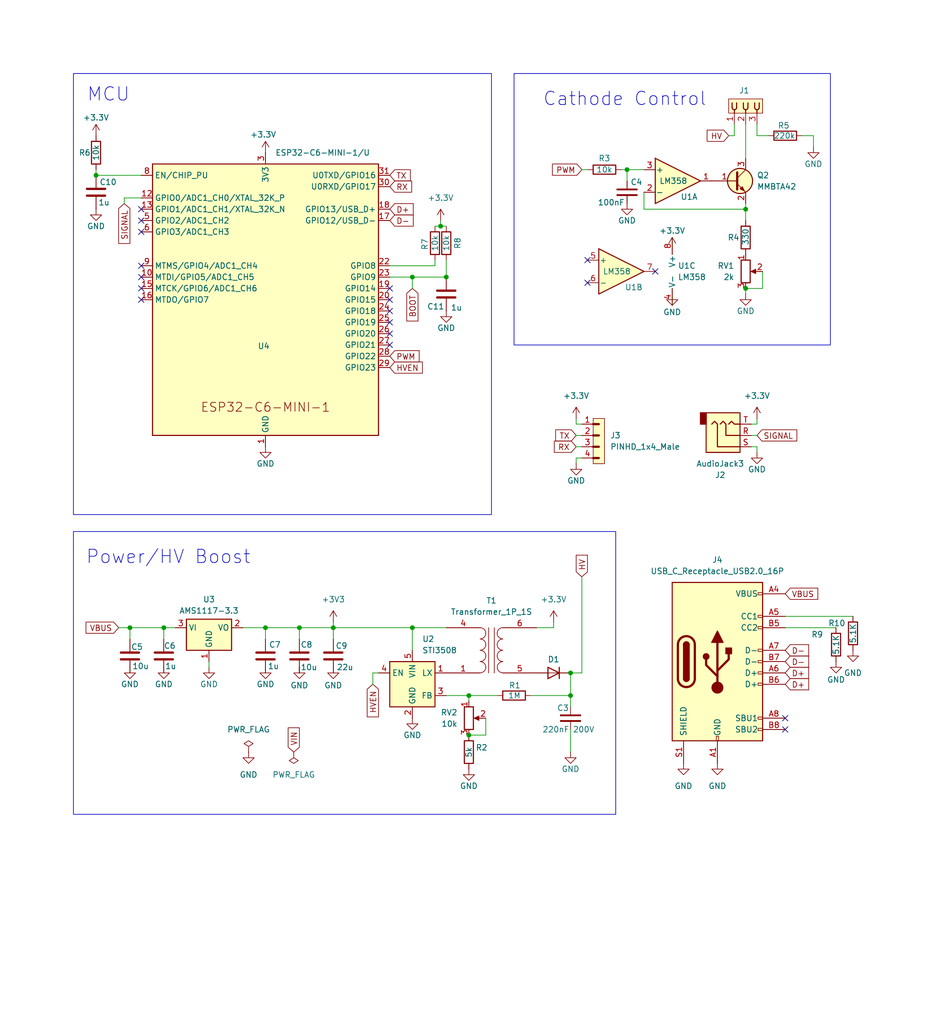
<source format=kicad_sch>
(kicad_sch (version 20231120) (generator "eeschema") (generator_version "8.0")
  (paper "User" 210 230)
  (title_block (title "IN-13 Device"))
  (lib_symbols
    (symbol "Amplifier_Operational:LM358" (pin_names (offset 0.127))
      (property "Reference" "U" (at 0 5.08 0))
      (property "Value" "LM358" (at 0 -5.08 0))
      (symbol "LM358_1_1"
        (polyline (pts (xy -5.08 5.08) (xy 5.08 0) (xy -5.08 -5.08) (xy -5.08 5.08)) (stroke (width 0.254)) (fill (type background)))
        (pin output line (at 7.62 0 180) (length 2.54) (name "~") (number "1"))
        (pin input line (at -7.62 -2.54 0) (length 2.54) (name "-") (number "2"))
        (pin input line (at -7.62 2.54 0) (length 2.54) (name "+") (number "3"))
      )
      (symbol "LM358_2_1"
        (polyline (pts (xy -5.08 5.08) (xy 5.08 0) (xy -5.08 -5.08) (xy -5.08 5.08)) (stroke (width 0.254)) (fill (type background)))
        (pin input line (at -7.62 2.54 0) (length 2.54) (name "+") (number "5"))
        (pin input line (at -7.62 -2.54 0) (length 2.54) (name "-") (number "6"))
        (pin output line (at 7.62 0 180) (length 2.54) (name "~") (number "7"))
      )
      (symbol "LM358_3_1"
        (pin power_in line (at -2.54 -7.62 90) (length 3.81) (name "V-") (number "4"))
        (pin power_in line (at -2.54 7.62 270) (length 3.81) (name "V+") (number "8"))
      )
    )
    (symbol "Connector:USB_C_Receptacle_USB2.0_16P" (pin_names (offset 1.016))
      (property "Reference" "J" (at 0 22.225 0))
      (property "Value" "USB_C_Receptacle_USB2.0_16P" (at 0 19.685 0))
      (symbol "USB_C_Receptacle_USB2.0_16P_0_0"
        (rectangle (start -0.254 -17.78) (end 0.254 -16.764))
        (rectangle (start 10.16 -14.986) (end 9.144 -15.494))
        (rectangle (start 10.16 -12.446) (end 9.144 -12.954))
        (rectangle (start 10.16 -4.826) (end 9.144 -5.334))
        (rectangle (start 10.16 -2.286) (end 9.144 -2.794))
        (rectangle (start 10.16 0.254) (end 9.144 -0.254))
        (rectangle (start 10.16 2.794) (end 9.144 2.286))
        (rectangle (start 10.16 7.874) (end 9.144 7.366))
        (rectangle (start 10.16 10.414) (end 9.144 9.906))
        (rectangle (start 10.16 15.494) (end 9.144 14.986))
      )
      (symbol "USB_C_Receptacle_USB2.0_16P_0_1"
        (rectangle (start -10.16 17.78) (end 10.16 -17.78) (stroke (width 0.254)) (fill (type background)))
        (arc (start -8.89 -3.81) (mid -6.985 -5.7067) (end -5.08 -3.81) (stroke (width 0.508)))
        (arc (start -7.62 -3.81) (mid -6.985 -4.4423) (end -6.35 -3.81) (stroke (width 0.254)))
        (arc (start -7.62 -3.81) (mid -6.985 -4.4423) (end -6.35 -3.81) (stroke (width 0.254)) (fill (type outline)))
        (rectangle (start -7.62 -3.81) (end -6.35 3.81) (stroke (width 0.254)) (fill (type outline)))
        (arc (start -6.35 3.81) (mid -6.985 4.4423) (end -7.62 3.81) (stroke (width 0.254)))
        (arc (start -6.35 3.81) (mid -6.985 4.4423) (end -7.62 3.81) (stroke (width 0.254)) (fill (type outline)))
        (arc (start -5.08 3.81) (mid -6.985 5.7067) (end -8.89 3.81) (stroke (width 0.508)))
        (circle (center -2.54 1.143) (radius 0.635) (stroke (width 0.254)) (fill (type outline)))
        (circle (center 0 -5.842) (radius 1.27) (fill (type outline)))
        (polyline (pts (xy -8.89 -3.81) (xy -8.89 3.81)) (stroke (width 0.508)))
        (polyline (pts (xy -5.08 3.81) (xy -5.08 -3.81)) (stroke (width 0.508)))
        (polyline (pts (xy 0 -5.842) (xy 0 4.318)) (stroke (width 0.508)))
        (polyline (pts (xy 0 -3.302) (xy -2.54 -0.762) (xy -2.54 0.508)) (stroke (width 0.508)))
        (polyline (pts (xy 0 -2.032) (xy 2.54 0.508) (xy 2.54 1.778)) (stroke (width 0.508)))
        (polyline (pts (xy -1.27 4.318) (xy 0 6.858) (xy 1.27 4.318) (xy -1.27 4.318)) (stroke (width 0.254)) (fill (type outline)))
        (rectangle (start 1.905 1.778) (end 3.175 3.048) (stroke (width 0.254)) (fill (type outline)))
      )
      (symbol "USB_C_Receptacle_USB2.0_16P_1_1"
        (pin passive line (at 0 -22.86 90) (length 5.08) (name "GND") (number "A1"))
        (pin passive line (at 0 -22.86 90) (length 5.08) hide (name "GND") (number "A12"))
        (pin passive line (at 15.24 15.24 180) (length 5.08) (name "VBUS") (number "A4"))
        (pin bidirectional line (at 15.24 10.16 180) (length 5.08) (name "CC1") (number "A5"))
        (pin bidirectional line (at 15.24 -2.54 180) (length 5.08) (name "D+") (number "A6"))
        (pin bidirectional line (at 15.24 2.54 180) (length 5.08) (name "D-") (number "A7"))
        (pin bidirectional line (at 15.24 -12.7 180) (length 5.08) (name "SBU1") (number "A8"))
        (pin passive line (at 15.24 15.24 180) (length 5.08) hide (name "VBUS") (number "A9"))
        (pin passive line (at 0 -22.86 90) (length 5.08) hide (name "GND") (number "B1"))
        (pin passive line (at 0 -22.86 90) (length 5.08) hide (name "GND") (number "B12"))
        (pin passive line (at 15.24 15.24 180) (length 5.08) hide (name "VBUS") (number "B4"))
        (pin bidirectional line (at 15.24 7.62 180) (length 5.08) (name "CC2") (number "B5"))
        (pin bidirectional line (at 15.24 -5.08 180) (length 5.08) (name "D+") (number "B6"))
        (pin bidirectional line (at 15.24 0 180) (length 5.08) (name "D-") (number "B7"))
        (pin bidirectional line (at 15.24 -15.24 180) (length 5.08) (name "SBU2") (number "B8"))
        (pin passive line (at 15.24 15.24 180) (length 5.08) hide (name "VBUS") (number "B9"))
        (pin passive line (at -7.62 -22.86 90) (length 5.08) (name "SHIELD") (number "S1"))
      )
    )
    (symbol "Connector_Audio:AudioJack3"
      (property "Reference" "J" (at 0 8.89 0))
      (property "Value" "AudioJack3" (at 0 6.35 0))
      (symbol "AudioJack3_0_1"
        (rectangle (start -5.08 -5.08) (end -6.35 -2.54) (stroke (width 0.254)) (fill (type outline)))
        (polyline (pts (xy 0 -2.54) (xy 0.635 -3.175) (xy 1.27 -2.54) (xy 2.54 -2.54)) (stroke (width 0.254)))
        (polyline (pts (xy -1.905 -2.54) (xy -1.27 -3.175) (xy -0.635 -2.54) (xy -0.635 0) (xy 2.54 0)) (stroke (width 0.254)))
        (polyline (pts (xy 2.54 2.54) (xy -2.54 2.54) (xy -2.54 -2.54) (xy -3.175 -3.175) (xy -3.81 -2.54)) (stroke (width 0.254)))
        (rectangle (start 2.54 3.81) (end -5.08 -5.08) (stroke (width 0.254)) (fill (type background)))
      )
      (symbol "AudioJack3_1_1"
        (pin passive line (at 5.08 0 180) (length 2.54) (name "~") (number "R"))
        (pin passive line (at 5.08 2.54 180) (length 2.54) (name "~") (number "S"))
        (pin passive line (at 5.08 -2.54 180) (length 2.54) (name "~") (number "T"))
      )
    )
    (symbol "Device:C" (pin_numbers hide) (pin_names (offset 0.254))
      (property "Reference" "C" (at 0.635 2.54 0))
      (property "Value" "C" (at 0.635 -2.54 0))
      (symbol "C_0_1"
        (polyline (pts (xy -2.032 -0.762) (xy 2.032 -0.762)) (stroke (width 0.508)))
        (polyline (pts (xy -2.032 0.762) (xy 2.032 0.762)) (stroke (width 0.508)))
      )
      (symbol "C_1_1"
        (pin passive line (at 0 3.81 270) (length 2.794) (name "~") (number "1"))
        (pin passive line (at 0 -3.81 90) (length 2.794) (name "~") (number "2"))
      )
    )
    (symbol "Device:R" (pin_numbers hide) (pin_names (offset 0))
      (property "Reference" "R" (at 2.032 0 90))
      (property "Value" "R" (at 0 0 90))
      (symbol "R_0_1"
        (rectangle (start -1.016 -2.54) (end 1.016 2.54) (stroke (width 0.254)))
      )
      (symbol "R_1_1"
        (pin passive line (at 0 3.81 270) (length 1.27) (name "~") (number "1"))
        (pin passive line (at 0 -3.81 90) (length 1.27) (name "~") (number "2"))
      )
    )
    (symbol "Device:R_Potentiometer" (pin_names (offset 1.016) hide)
      (property "Reference" "RV" (at -4.445 0 90))
      (property "Value" "R_Potentiometer" (at -2.54 0 90))
      (symbol "R_Potentiometer_0_1"
        (polyline (pts (xy 2.54 0) (xy 1.524 0)))
        (polyline (pts (xy 1.143 0) (xy 2.286 0.508) (xy 2.286 -0.508) (xy 1.143 0)) (fill (type outline)))
        (rectangle (start 1.016 2.54) (end -1.016 -2.54) (stroke (width 0.254)))
      )
      (symbol "R_Potentiometer_1_1"
        (pin passive line (at 0 3.81 270) (length 1.27) (name "1") (number "1"))
        (pin passive line (at 3.81 0 180) (length 1.27) (name "2") (number "2"))
        (pin passive line (at 0 -3.81 90) (length 1.27) (name "3") (number "3"))
      )
    )
    (symbol "Diode:US1G" (pin_numbers hide) (pin_names hide)
      (property "Reference" "D" (at 0 2.54 0))
      (property "Value" "US1G" (at 0 -2.54 0))
      (symbol "US1G_0_1"
        (polyline (pts (xy -1.27 1.27) (xy -1.27 -1.27)) (stroke (width 0.254)))
        (polyline (pts (xy 1.27 0) (xy -1.27 0)))
        (polyline (pts (xy 1.27 1.27) (xy 1.27 -1.27) (xy -1.27 0) (xy 1.27 1.27)) (stroke (width 0.254)))
      )
      (symbol "US1G_1_1"
        (pin passive line (at -3.81 0 0) (length 2.54) (name "K") (number "1"))
        (pin passive line (at 3.81 0 180) (length 2.54) (name "A") (number "2"))
      )
    )
    (symbol "IN13-Nixie-Device:EE0504S_Transformer" (pin_names (offset 1.016) hide)
      (property "Reference" "T1" (at 0 11.176 0))
      (property "Value" "EE0504S_Transformer" (at 0 8.636 0))
      (symbol "EE0504S_Transformer_0_1"
        (arc (start -2.54 -5.0546) (mid -1.6599 -4.6901) (end -1.27 -3.81))
        (arc (start -2.54 -2.5146) (mid -1.6599 -2.1501) (end -1.27 -1.27))
        (arc (start -2.54 0.0254) (mid -1.6599 0.3899) (end -1.27 1.27))
        (arc (start -2.54 2.5654) (mid -1.6599 2.9299) (end -1.27 3.81))
        (arc (start -1.27 -3.81) (mid -1.642 -2.912) (end -2.54 -2.54))
        (arc (start -1.27 -1.27) (mid -1.642 -0.372) (end -2.54 0))
        (arc (start -1.27 1.27) (mid -1.642 2.168) (end -2.54 2.54))
        (arc (start -1.27 3.81) (mid -1.642 4.708) (end -2.54 5.08))
        (polyline (pts (xy -0.635 5.08) (xy -0.635 -5.08)))
        (polyline (pts (xy 0.635 -5.08) (xy 0.635 5.08)))
        (arc (start 1.2954 -1.27) (mid 1.6599 -2.1501) (end 2.54 -2.5146))
        (arc (start 1.2954 1.27) (mid 1.6599 0.3899) (end 2.54 0.0254))
        (arc (start 1.2954 3.81) (mid 1.6599 2.9299) (end 2.54 2.5654))
        (arc (start 1.3208 -3.81) (mid 1.6853 -4.6901) (end 2.5654 -5.0546))
        (arc (start 2.54 0) (mid 1.642 -0.372) (end 1.2954 -1.27))
        (arc (start 2.54 2.54) (mid 1.642 2.168) (end 1.2954 1.27))
        (arc (start 2.54 5.08) (mid 1.642 4.708) (end 1.2954 3.81))
        (arc (start 2.5654 -2.54) (mid 1.6674 -2.912) (end 1.3208 -3.81))
      )
      (symbol "EE0504S_Transformer_1_1"
        (pin passive line (at -10.16 -5.08 0) (length 7.62) (name "AB") (number "1"))
        (pin passive line (at -10.16 5.08 0) (length 7.62) (name "AA") (number "4"))
        (pin passive line (at 10.16 -5.08 180) (length 7.62) (name "SA") (number "5"))
        (pin passive line (at 10.16 5.08 180) (length 7.62) (name "SB") (number "6"))
      )
    )
    (symbol "IN13-Nixie-Device:STI3508"
      (property "Reference" "U2" (at 2.1941 10.16 0))
      (property "Value" "STI3508" (at 2.1941 7.62 0))
      (symbol "STI3508_0_1"
        (rectangle (start 5.08 -5.08) (end -5.08 5.08) (stroke (width 0.254)) (fill (type background)))
      )
      (symbol "STI3508_1_1"
        (pin open_collector line (at 7.62 2.54 180) (length 2.54) (name "LX") (number "1"))
        (pin power_in line (at 0 -7.62 90) (length 2.54) (name "GND") (number "2"))
        (pin input line (at 7.62 -2.54 180) (length 2.54) (name "FB") (number "3"))
        (pin input line (at -7.62 2.54 0) (length 2.54) (name "EN") (number "4"))
        (pin power_in line (at 0 7.62 270) (length 2.54) (name "VIN") (number "5"))
        (pin no_connect line (at -5.08 -2.54 0) (length 2.54) hide (name "~") (number "6"))
      )
    )
    (symbol "PCM_Espressif:ESP32-C6-MINI-1/U"
      (property "Reference" "U" (at -25.4 35.56 0))
      (property "Value" "ESP32-C6-MINI-1/U" (at -25.4 33.02 0))
      (symbol "ESP32-C6-MINI-1/U_0_0"
        (text "ESP32-C6-MINI-1" (at 0 -24.13 0) (effects (font (size 2 2))))
      )
      (symbol "ESP32-C6-MINI-1/U_0_1"
        (rectangle (start -25.4 30.48) (end 25.4 -30.48) (stroke (width 0.254)) (fill (type background)))
      )
      (symbol "ESP32-C6-MINI-1/U_1_1"
        (pin power_in line (at 0 -33.02 90) (length 2.54) (name "GND") (number "1"))
        (pin bidirectional line (at -27.94 5.08 0) (length 2.54) (name "MTDI/GPIO5/ADC1_CH5") (number "10"))
        (pin passive line (at 0 -33.02 90) (length 2.54) hide (name "GND") (number "11"))
        (pin bidirectional line (at -27.94 22.86 0) (length 2.54) (name "GPIO0/ADC1_CH0/XTAL_32K_P") (number "12"))
        (pin bidirectional line (at -27.94 20.32 0) (length 2.54) (name "GPIO1/ADC1_CH1/XTAL_32K_N") (number "13"))
        (pin passive line (at 0 -33.02 90) (length 2.54) hide (name "GND") (number "14"))
        (pin bidirectional line (at -27.94 2.54 0) (length 2.54) (name "MTCK/GPIO6/ADC1_CH6") (number "15"))
        (pin bidirectional line (at -27.94 0 0) (length 2.54) (name "MTDO/GPIO7") (number "16"))
        (pin bidirectional line (at 27.94 17.78 180) (length 2.54) (name "GPIO12/USB_D-") (number "17"))
        (pin bidirectional line (at 27.94 20.32 180) (length 2.54) (name "GPIO13/USB_D+") (number "18"))
        (pin bidirectional line (at 27.94 2.54 180) (length 2.54) (name "GPIO14") (number "19"))
        (pin passive line (at 0 -33.02 90) (length 2.54) hide (name "GND") (number "2"))
        (pin bidirectional line (at 27.94 0 180) (length 2.54) (name "GPIO15") (number "20"))
        (pin no_connect line (at -25.4 -10.16 0) (length 2.54) hide (name "NC") (number "21"))
        (pin bidirectional line (at 27.94 7.62 180) (length 2.54) (name "GPIO8") (number "22"))
        (pin bidirectional line (at 27.94 5.08 180) (length 2.54) (name "GPIO9") (number "23"))
        (pin bidirectional line (at 27.94 -2.54 180) (length 2.54) (name "GPIO18") (number "24"))
        (pin bidirectional line (at 27.94 -5.08 180) (length 2.54) (name "GPIO19") (number "25"))
        (pin bidirectional line (at 27.94 -7.62 180) (length 2.54) (name "GPIO20") (number "26"))
        (pin bidirectional line (at 27.94 -10.16 180) (length 2.54) (name "GPIO21") (number "27"))
        (pin bidirectional line (at 27.94 -12.7 180) (length 2.54) (name "GPIO22") (number "28"))
        (pin bidirectional line (at 27.94 -15.24 180) (length 2.54) (name "GPIO23") (number "29"))
        (pin power_in line (at 0 33.02 270) (length 2.54) (name "3V3") (number "3"))
        (pin bidirectional line (at 27.94 25.4 180) (length 2.54) (name "U0RXD/GPIO17") (number "30"))
        (pin bidirectional line (at 27.94 27.94 180) (length 2.54) (name "U0TXD/GPIO16") (number "31"))
        (pin no_connect line (at -25.4 -12.7 0) (length 2.54) hide (name "NC") (number "32"))
        (pin no_connect line (at -25.4 -15.24 0) (length 2.54) hide (name "NC") (number "33"))
        (pin no_connect line (at -25.4 -17.78 0) (length 2.54) hide (name "NC") (number "34"))
        (pin no_connect line (at -25.4 -20.32 0) (length 2.54) hide (name "NC") (number "35"))
        (pin passive line (at 0 -33.02 90) (length 2.54) hide (name "GND") (number "36"))
        (pin passive line (at 0 -33.02 90) (length 2.54) hide (name "GND") (number "37"))
        (pin passive line (at 0 -33.02 90) (length 2.54) hide (name "GND") (number "38"))
        (pin passive line (at 0 -33.02 90) (length 2.54) hide (name "GND") (number "39"))
        (pin no_connect line (at -25.4 -5.08 0) (length 2.54) hide (name "NC") (number "4"))
        (pin passive line (at 0 -33.02 90) (length 2.54) hide (name "GND") (number "40"))
        (pin passive line (at 0 -33.02 90) (length 2.54) hide (name "GND") (number "41"))
        (pin passive line (at 0 -33.02 90) (length 2.54) hide (name "GND") (number "42"))
        (pin passive line (at 0 -33.02 90) (length 2.54) hide (name "GND") (number "43"))
        (pin passive line (at 0 -33.02 90) (length 2.54) hide (name "GND") (number "44"))
        (pin passive line (at 0 -33.02 90) (length 2.54) hide (name "GND") (number "45"))
        (pin passive line (at 0 -33.02 90) (length 2.54) hide (name "GND") (number "46"))
        (pin passive line (at 0 -33.02 90) (length 2.54) hide (name "GND") (number "47"))
        (pin passive line (at 0 -33.02 90) (length 2.54) hide (name "GND") (number "48"))
        (pin passive line (at 0 -33.02 90) (length 2.54) hide (name "GND") (number "49"))
        (pin bidirectional line (at -27.94 17.78 0) (length 2.54) (name "GPIO2/ADC1_CH2") (number "5"))
        (pin passive line (at 0 -33.02 90) (length 2.54) hide (name "GND") (number "50"))
        (pin passive line (at 0 -33.02 90) (length 2.54) hide (name "GND") (number "51"))
        (pin passive line (at 0 -33.02 90) (length 2.54) hide (name "GND") (number "52"))
        (pin passive line (at 0 -33.02 90) (length 2.54) hide (name "GND") (number "53"))
        (pin bidirectional line (at -27.94 15.24 0) (length 2.54) (name "GPIO3/ADC1_CH3") (number "6"))
        (pin no_connect line (at -25.4 -7.62 0) (length 2.54) hide (name "NC") (number "7"))
        (pin input line (at -27.94 27.94 0) (length 2.54) (name "EN/CHIP_PU") (number "8"))
        (pin bidirectional line (at -27.94 7.62 0) (length 2.54) (name "MTMS/GPIO4/ADC1_CH4") (number "9"))
      )
    )
    (symbol "PCM_SL_Devices:Capacitor_NP"
      (property "Reference" "C" (at 0 6.35 0))
      (property "Value" "Capacitor_NP" (at 0 3.81 0))
      (symbol "Capacitor_NP_0_1"
        (rectangle (start -0.762 2.286) (end -0.508 -2.286) (fill (type outline)))
        (rectangle (start 0.508 2.286) (end 0.762 -2.286) (fill (type outline)))
      )
      (symbol "Capacitor_NP_1_1"
        (pin passive line (at -2.54 0 0) (length 2) (name "~") (number "1"))
        (pin input line (at 2.54 0 180) (length 2) (name "~") (number "2"))
      )
    )
    (symbol "PCM_SL_Pin_Headers:PINHD_1x3_Female"
      (property "Reference" "J" (at 0 8.89 0))
      (property "Value" "PINHD_1x3_Female" (at 0 6.35 0))
      (symbol "PINHD_1x3_Female_0_1"
        (rectangle (start -1.27 3.81) (end 1.905 -3.81) (fill (type background)))
        (arc (start -0.508 -2.54) (mid -0.3592 -2.8992) (end 0 -3.048) (stroke (width 0.25)))
        (arc (start -0.508 0) (mid -0.3592 -0.3592) (end 0 -0.508) (stroke (width 0.25)))
        (arc (start -0.508 2.54) (mid -0.3592 2.1808) (end 0 2.032) (stroke (width 0.25)))
        (arc (start 0 -2.032) (mid -0.3592 -2.1808) (end -0.508 -2.54) (stroke (width 0.25)))
        (polyline (pts (xy -1.27 -2.54) (xy -0.508 -2.54)) (stroke (width 0.25)))
        (polyline (pts (xy -1.27 0) (xy -0.508 0)) (stroke (width 0.25)))
        (polyline (pts (xy -1.27 2.54) (xy -0.508 2.54)) (stroke (width 0.25)))
        (polyline (pts (xy 0 -3.048) (xy 1.016 -3.048)) (stroke (width 0.25)))
        (polyline (pts (xy 0 -2.032) (xy 1.016 -2.032)) (stroke (width 0.25)))
        (polyline (pts (xy 0 -0.508) (xy 1.016 -0.508)) (stroke (width 0.25)))
        (polyline (pts (xy 0 0.508) (xy 1.016 0.508)) (stroke (width 0.25)))
        (polyline (pts (xy 0 2.032) (xy 1.016 2.032)) (stroke (width 0.25)))
        (polyline (pts (xy 0 3.048) (xy 1.016 3.048)) (stroke (width 0.25)))
        (arc (start 0 0.508) (mid -0.3592 0.3592) (end -0.508 0) (stroke (width 0.25)))
        (arc (start 0 3.048) (mid -0.3592 2.8992) (end -0.508 2.54) (stroke (width 0.25)))
      )
      (symbol "PINHD_1x3_Female_1_1"
        (pin passive line (at -3.81 2.54 0) (length 2.54) (name "") (number "1"))
        (pin passive line (at -3.81 0 0) (length 2.54) (name "") (number "2"))
        (pin passive line (at -3.81 -2.54 0) (length 2.54) (name "") (number "3"))
      )
    )
    (symbol "PCM_SL_Pin_Headers:PINHD_1x4_Male"
      (property "Reference" "J" (at 0 8.89 0))
      (property "Value" "PINHD_1x4_Male" (at 0 6.35 0))
      (symbol "PINHD_1x4_Male_0_1"
        (rectangle (start -1.27 5.08) (end 1.27 -5.08) (fill (type background)))
        (polyline (pts (xy -1.27 -3.81) (xy 0 -3.81)) (stroke (width 0.3)))
        (polyline (pts (xy -1.27 -3.81) (xy 0 -3.81)) (stroke (width 0.5)))
        (polyline (pts (xy -1.27 -1.27) (xy 0 -1.27)) (stroke (width 0.3)))
        (polyline (pts (xy -1.27 -1.27) (xy 0 -1.27)) (stroke (width 0.5)))
        (polyline (pts (xy -1.27 1.27) (xy 0 1.27)) (stroke (width 0.3)))
        (polyline (pts (xy -1.27 1.27) (xy 0 1.27)) (stroke (width 0.5)))
        (polyline (pts (xy -1.27 3.81) (xy 0 3.81)) (stroke (width 0.3)))
        (polyline (pts (xy -1.27 3.81) (xy 0 3.81)) (stroke (width 0.5)))
      )
      (symbol "PINHD_1x4_Male_1_1"
        (pin passive line (at -3.81 3.81 0) (length 2.54) (name "") (number "1"))
        (pin passive line (at -3.81 1.27 0) (length 2.54) (name "") (number "2"))
        (pin passive line (at -3.81 -1.27 0) (length 2.54) (name "") (number "3"))
        (pin passive line (at -3.81 -3.81 0) (length 2.54) (name "") (number "4"))
      )
    )
    (symbol "PCM_Transistor_BJT_AKL:MMBTA42" (pin_names hide)
      (property "Reference" "Q" (at 5.08 1.27 0))
      (property "Value" "MMBTA42" (at 5.08 -1.27 0))
      (symbol "MMBTA42_0_1"
        (polyline (pts (xy 0.635 0.635) (xy 2.54 2.54)))
        (polyline (pts (xy 0.635 -0.635) (xy 2.54 -2.54) (xy 2.54 -2.54)))
        (polyline (pts (xy 0.635 1.905) (xy 0.635 -1.905) (xy 0.635 -1.905)) (stroke (width 0.508)))
        (polyline (pts (xy 1.27 -1.778) (xy 1.778 -1.27) (xy 2.286 -2.286) (xy 1.27 -1.778) (xy 1.27 -1.778)) (fill (type outline)))
        (circle (center 1.27 0) (radius 2.8194) (stroke (width 0.254)) (fill (type background)))
      )
      (symbol "MMBTA42_1_1"
        (pin input line (at -5.08 0 0) (length 5.715) (name "B") (number "1"))
        (pin passive line (at 2.54 -5.08 90) (length 2.54) (name "E") (number "2"))
        (pin passive line (at 2.54 5.08 270) (length 2.54) (name "C") (number "3"))
      )
    )
    (symbol "Regulator_Linear:AMS1117-3.3"
      (property "Reference" "U" (at -3.81 3.175 0))
      (property "Value" "AMS1117-3.3" (at 0 3.175 0))
      (symbol "AMS1117-3.3_0_1"
        (rectangle (start -5.08 -5.08) (end 5.08 1.905) (stroke (width 0.254)) (fill (type background)))
      )
      (symbol "AMS1117-3.3_1_1"
        (pin power_in line (at 0 -7.62 90) (length 2.54) (name "GND") (number "1"))
        (pin power_out line (at 7.62 0 180) (length 2.54) (name "VO") (number "2"))
        (pin power_in line (at -7.62 0 0) (length 2.54) (name "VI") (number "3"))
      )
    )
    (symbol "power:+3.3V" (power) (pin_numbers hide) (pin_names (offset 0) hide)
      (property "Value" "+3.3V" (at 0 3.556 0))
      (symbol "+3.3V_0_1"
        (polyline (pts (xy -0.762 1.27) (xy 0 2.54)))
        (polyline (pts (xy 0 0) (xy 0 2.54)))
        (polyline (pts (xy 0 2.54) (xy 0.762 1.27)))
      )
      (symbol "+3.3V_1_1"
        (pin power_in line (at 0 0 90) (length 0) (name "~") (number "1"))
      )
    )
    (symbol "power:+3V3" (power) (pin_numbers hide) (pin_names (offset 0) hide)
      (property "Value" "+3V3" (at 0 3.556 0))
      (symbol "+3V3_0_1"
        (polyline (pts (xy -0.762 1.27) (xy 0 2.54)))
        (polyline (pts (xy 0 0) (xy 0 2.54)))
        (polyline (pts (xy 0 2.54) (xy 0.762 1.27)))
      )
      (symbol "+3V3_1_1"
        (pin power_in line (at 0 0 90) (length 0) (name "~") (number "1"))
      )
    )
    (symbol "power:GND" (power) (pin_numbers hide) (pin_names (offset 0) hide)
      (property "Value" "GND" (at 0 -3.81 0))
      (symbol "GND_0_1"
        (polyline (pts (xy 0 0) (xy 0 -1.27) (xy 1.27 -1.27) (xy 0 -2.54) (xy -1.27 -1.27) (xy 0 -1.27)))
      )
      (symbol "GND_1_1"
        (pin power_in line (at 0 0 270) (length 0) (name "~") (number "1"))
      )
    )
    (symbol "power:PWR_FLAG" (power) (pin_numbers hide) (pin_names (offset 0) hide)
      (property "Value" "PWR_FLAG" (at 0 3.81 0))
      (symbol "PWR_FLAG_0_0"
        (pin power_out line (at 0 0 90) (length 0) (name "~") (number "1"))
      )
      (symbol "PWR_FLAG_0_1"
        (polyline (pts (xy 0 0) (xy 0 1.27) (xy -1.016 1.905) (xy 0 2.54) (xy 1.016 1.905) (xy 0 1.27)))
      )
    )
  )
  (junction (at 29.21 140.97))
  (junction (at 128.27 156.21))
  (junction (at 99.06 50.8))
  (junction (at 105.41 165.1))
  (junction (at 100.33 62.23))
  (junction (at 167.64 64.77))
  (junction (at 36.83 140.97))
  (junction (at 74.93 140.97))
  (junction (at 167.64 46.99))
  (junction (at 67.31 140.97))
  (junction (at 21.59 39.37))
  (junction (at 92.71 140.97))
  (junction (at 92.71 62.23))
  (junction (at 128.27 151.13))
  (junction (at 105.41 156.21))
  (junction (at 140.97 38.1))
  (junction (at 59.69 140.97))
  (no_connect (at 87.63 72.39))
  (no_connect (at 31.75 49.53))
  (no_connect (at 87.63 74.93))
  (no_connect (at 87.63 69.85))
  (no_connect (at 31.75 64.77))
  (no_connect (at 87.63 67.31))
  (no_connect (at 31.75 59.69))
  (no_connect (at 176.53 163.83))
  (no_connect (at 87.63 64.77))
  (no_connect (at 31.75 52.07))
  (no_connect (at 147.32 60.96))
  (no_connect (at 132.08 63.5))
  (no_connect (at 132.08 58.42))
  (no_connect (at 31.75 62.23))
  (no_connect (at 31.75 46.99))
  (no_connect (at 176.53 161.29))
  (no_connect (at 31.75 67.31))
  (no_connect (at 87.63 77.47))
  (wire (pts (xy 59.69 149.86) (xy 59.69 151.13)))
  (wire (pts (xy 140.97 38.1) (xy 140.97 40.64)))
  (wire (pts (xy 109.22 165.1) (xy 105.41 165.1)))
  (wire (pts (xy 99.06 50.8) (xy 99.06 49.53)))
  (wire (pts (xy 140.97 38.1) (xy 144.78 38.1)))
  (wire (pts (xy 165.1 30.48) (xy 165.1 27.94)))
  (wire (pts (xy 170.18 100.33) (xy 168.91 100.33)))
  (wire (pts (xy 105.41 156.21) (xy 105.41 157.48)))
  (wire (pts (xy 74.93 149.86) (xy 74.93 151.13)))
  (wire (pts (xy 74.93 140.97) (xy 74.93 143.51)))
  (wire (pts (xy 87.63 59.69) (xy 97.79 59.69)))
  (wire (pts (xy 129.54 95.25) (xy 130.81 95.25)))
  (wire (pts (xy 92.71 62.23) (xy 92.71 64.77)))
  (wire (pts (xy 171.45 60.96) (xy 171.45 64.77)))
  (wire (pts (xy 83.82 153.67) (xy 83.82 151.13)))
  (wire (pts (xy 59.69 140.97) (xy 59.69 143.51)))
  (wire (pts (xy 99.06 50.8) (xy 100.33 50.8)))
  (wire (pts (xy 109.22 161.29) (xy 109.22 165.1)))
  (wire (pts (xy 167.64 46.99) (xy 144.78 46.99)))
  (wire (pts (xy 100.33 58.42) (xy 100.33 62.23)))
  (wire (pts (xy 167.64 64.77) (xy 167.64 66.04)))
  (wire (pts (xy 144.78 46.99) (xy 144.78 43.18)))
  (wire (pts (xy 129.54 102.87) (xy 129.54 104.14)))
  (wire (pts (xy 168.91 97.79) (xy 170.18 97.79)))
  (wire (pts (xy 170.18 30.48) (xy 172.72 30.48)))
  (wire (pts (xy 128.27 156.21) (xy 128.27 158.75)))
  (wire (pts (xy 105.41 156.21) (xy 111.76 156.21)))
  (wire (pts (xy 26.67 140.97) (xy 29.21 140.97)))
  (wire (pts (xy 87.63 62.23) (xy 92.71 62.23)))
  (wire (pts (xy 27.94 44.45) (xy 31.75 44.45)))
  (wire (pts (xy 54.61 140.97) (xy 59.69 140.97)))
  (wire (pts (xy 100.33 156.21) (xy 105.41 156.21)))
  (wire (pts (xy 130.81 129.54) (xy 130.81 151.13)))
  (wire (pts (xy 67.31 140.97) (xy 67.31 143.51)))
  (wire (pts (xy 36.83 140.97) (xy 36.83 143.51)))
  (wire (pts (xy 182.88 30.48) (xy 182.88 33.02)))
  (wire (pts (xy 167.64 46.99) (xy 167.64 49.53)))
  (wire (pts (xy 59.69 140.97) (xy 67.31 140.97)))
  (wire (pts (xy 129.54 100.33) (xy 130.81 100.33)))
  (wire (pts (xy 92.71 62.23) (xy 100.33 62.23)))
  (wire (pts (xy 83.82 151.13) (xy 85.09 151.13)))
  (wire (pts (xy 167.64 45.72) (xy 167.64 46.99)))
  (wire (pts (xy 180.34 30.48) (xy 182.88 30.48)))
  (wire (pts (xy 21.59 38.1) (xy 21.59 39.37)))
  (wire (pts (xy 170.18 95.25) (xy 168.91 95.25)))
  (wire (pts (xy 21.59 39.37) (xy 31.75 39.37)))
  (wire (pts (xy 27.94 45.72) (xy 27.94 44.45)))
  (wire (pts (xy 170.18 101.6) (xy 170.18 100.33)))
  (wire (pts (xy 67.31 149.86) (xy 67.31 151.13)))
  (wire (pts (xy 119.38 156.21) (xy 128.27 156.21)))
  (wire (pts (xy 128.27 168.91) (xy 128.27 163.83)))
  (wire (pts (xy 29.21 140.97) (xy 36.83 140.97)))
  (wire (pts (xy 97.79 50.8) (xy 99.06 50.8)))
  (wire (pts (xy 171.45 64.77) (xy 167.64 64.77)))
  (wire (pts (xy 129.54 93.98) (xy 129.54 95.25)))
  (wire (pts (xy 67.31 140.97) (xy 74.93 140.97)))
  (wire (pts (xy 176.53 138.43) (xy 191.77 138.43)))
  (wire (pts (xy 139.7 38.1) (xy 140.97 38.1)))
  (wire (pts (xy 130.81 151.13) (xy 128.27 151.13)))
  (wire (pts (xy 97.79 59.69) (xy 97.79 58.42)))
  (wire (pts (xy 46.99 149.86) (xy 46.99 148.59)))
  (wire (pts (xy 36.83 149.86) (xy 36.83 151.13)))
  (wire (pts (xy 92.71 140.97) (xy 100.33 140.97)))
  (wire (pts (xy 36.83 140.97) (xy 39.37 140.97)))
  (wire (pts (xy 74.93 139.7) (xy 74.93 140.97)))
  (wire (pts (xy 167.64 27.94) (xy 167.64 35.56)))
  (wire (pts (xy 29.21 149.86) (xy 29.21 151.13)))
  (wire (pts (xy 151.13 66.04) (xy 151.13 68.58)))
  (wire (pts (xy 130.81 102.87) (xy 129.54 102.87)))
  (wire (pts (xy 151.13 55.88) (xy 151.13 53.34)))
  (wire (pts (xy 132.08 38.1) (xy 130.81 38.1)))
  (wire (pts (xy 74.93 140.97) (xy 92.71 140.97)))
  (wire (pts (xy 92.71 140.97) (xy 92.71 146.05)))
  (wire (pts (xy 128.27 151.13) (xy 128.27 156.21)))
  (wire (pts (xy 176.53 140.97) (xy 187.96 140.97)))
  (wire (pts (xy 163.83 30.48) (xy 165.1 30.48)))
  (wire (pts (xy 170.18 93.98) (xy 170.18 95.25)))
  (wire (pts (xy 129.54 97.79) (xy 130.81 97.79)))
  (wire (pts (xy 170.18 27.94) (xy 170.18 30.48)))
  (wire (pts (xy 124.46 140.97) (xy 124.46 139.7)))
  (wire (pts (xy 29.21 140.97) (xy 29.21 143.51)))
  (wire (pts (xy 120.65 140.97) (xy 124.46 140.97)))
  (rectangle (start 16.51 119.38) (end 138.43 182.88))
  (rectangle (start 115.57 16.51) (end 186.69 77.47))
  (rectangle (start 16.51 16.51) (end 110.49 115.57))
  (text "Cathode Control\n" (at 140.462 22.352 0) (effects (font (size 3 3))))
  (text "MCU" (at 24.384 21.336 0) (effects (font (size 3 3))))
  (text "Power/HV Boost" (at 37.846 125.222 0) (effects (font (size 3 3))))
  (global_label "PWM" (shape input) (at 87.63 80.01 0) (property "Intersheetrefs" "${INTERSHEET_REFS}" (effects (hide yes))))
  (global_label "D+" (shape input) (at 87.63 46.99 0) (property "Intersheetrefs" "${INTERSHEET_REFS}" (effects (hide yes))))
  (global_label "D+" (shape input) (at 176.53 151.13 0) (property "Intersheetrefs" "${INTERSHEET_REFS}" (effects (hide yes))))
  (global_label "PWM" (shape input) (at 130.81 38.1 180) (property "Intersheetrefs" "${INTERSHEET_REFS}" (effects (hide yes))))
  (global_label "VIN" (shape input) (at 66.04 168.91 90) (property "Intersheetrefs" "${INTERSHEET_REFS}" (effects (hide yes))))
  (global_label "HVEN" (shape input) (at 87.63 82.55 0) (property "Intersheetrefs" "${INTERSHEET_REFS}" (effects (hide yes))))
  (global_label "RX" (shape input) (at 129.54 100.33 180) (property "Intersheetrefs" "${INTERSHEET_REFS}" (effects (hide yes))))
  (global_label "TX" (shape input) (at 129.54 97.79 180) (property "Intersheetrefs" "${INTERSHEET_REFS}" (effects (hide yes))))
  (global_label "BOOT" (shape input) (at 92.71 64.77 270) (property "Intersheetrefs" "${INTERSHEET_REFS}" (effects (hide yes))))
  (global_label "RX" (shape input) (at 87.63 41.91 0) (property "Intersheetrefs" "${INTERSHEET_REFS}" (effects (hide yes))))
  (global_label "VBUS" (shape input) (at 176.53 133.35 0) (property "Intersheetrefs" "${INTERSHEET_REFS}" (effects (hide yes))))
  (global_label "VBUS" (shape input) (at 26.67 140.97 180) (property "Intersheetrefs" "${INTERSHEET_REFS}" (effects (hide yes))))
  (global_label "D-" (shape input) (at 176.53 148.59 0) (property "Intersheetrefs" "${INTERSHEET_REFS}" (effects (hide yes))))
  (global_label "D-" (shape input) (at 176.53 146.05 0) (property "Intersheetrefs" "${INTERSHEET_REFS}" (effects (hide yes))))
  (global_label "D-" (shape input) (at 87.63 49.53 0) (property "Intersheetrefs" "${INTERSHEET_REFS}" (effects (hide yes))))
  (global_label "HV" (shape input) (at 130.81 129.54 90) (property "Intersheetrefs" "${INTERSHEET_REFS}" (effects (hide yes))))
  (global_label "D+" (shape input) (at 176.53 153.67 0) (property "Intersheetrefs" "${INTERSHEET_REFS}" (effects (hide yes))))
  (global_label "HV" (shape input) (at 163.83 30.48 180) (property "Intersheetrefs" "${INTERSHEET_REFS}" (effects (hide yes))))
  (global_label "SIGNAL" (shape input) (at 170.18 97.79 0) (property "Intersheetrefs" "${INTERSHEET_REFS}" (effects (hide yes))))
  (global_label "HVEN" (shape input) (at 83.82 153.67 270) (property "Intersheetrefs" "${INTERSHEET_REFS}" (effects (hide yes))))
  (global_label "SIGNAL" (shape input) (at 27.94 45.72 270) (property "Intersheetrefs" "${INTERSHEET_REFS}" (effects (hide yes))))
  (global_label "TX" (shape input) (at 87.63 39.37 0) (property "Intersheetrefs" "${INTERSHEET_REFS}" (effects (hide yes))))
  (symbol (lib_id "IN13-Nixie-Device:EE0504S_Transformer") (at 110.49 146.05 0) (unit 1)
    (property "Reference" "T1" (at 110.49 134.874 0))
    (property "Value" "Transformer_1P_1S" (at 110.49 137.414 0))
    (property "Footprint" "IN13-Nixie-Device:EE0504S" (effects (hide yes)))
    (property "Description" "Transformer, single primary, single secondary" (effects (hide yes)))
  )
  (symbol (lib_id "Device:R_Potentiometer") (at 105.41 161.29 0) (unit 1)
    (property "Reference" "RV2" (at 102.87 160.0199 0) (effects (justify right)))
    (property "Value" "10k" (at 102.87 162.5599 0) (effects (justify right)))
    (property "Footprint" "PCM_Potentiometer_SMD_AKL:Potentiometer_Bourns_TC33X_Vertical" (effects (hide yes)))
    (property "Description" "Potentiometer" (effects (hide yes)))
  )
  (symbol (lib_id "Device:R") (at 135.89 38.1 270) (unit 1)
    (property "Reference" "R3" (at 135.89 35.56 90))
    (property "Value" "10k" (at 135.89 38.1 90))
    (property "Footprint" "Resistor_SMD:R_0603_1608Metric" (effects (hide yes)))
    (property "Description" "Resistor" (effects (hide yes)))
  )
  (symbol (lib_id "Device:R") (at 97.79 54.61 180) (unit 1)
    (property "Reference" "R7" (at 95.504 54.864 90))
    (property "Value" "10k" (at 97.79 54.61 90))
    (property "Footprint" "Resistor_SMD:R_0603_1608Metric" (effects (hide yes)))
    (property "Description" "Resistor" (effects (hide yes)))
  )
  (symbol (lib_id "PCM_Espressif:ESP32-C6-MINI-1/U") (at 59.69 67.31 0) (unit 1)
    (property "Reference" "U4" (at 57.912 77.724 0) (effects (justify left)))
    (property "Value" "ESP32-C6-MINI-1/U" (at 61.8841 34.29 0) (effects (justify left)))
    (property "Footprint" "PCM_Espressif:ESP32-C6-MINI-1U" (effects (hide yes)))
    (property "Datasheet" "https://www.espressif.com/sites/default/files/documentation/esp32-c6-mini-1_datasheet_en.pdf" (effects (hide yes)))
    (property "Description" "ESP32-C6-MINI-1 is a module that supports 2.4 GHz Wi-Fi 6 (802.11 ax), Bluetooth® 5 (LE), Zigbee and Thread (802.15.4)" (effects (hide yes)))
  )
  (symbol (lib_id "Device:C") (at 29.21 147.32 0) (unit 1)
    (property "Reference" "C5" (at 29.464 145.288 0) (effects (justify left)))
    (property "Value" "10u" (at 29.718 149.606 0) (effects (justify left)))
    (property "Footprint" "Capacitor_SMD:C_0805_2012Metric" (effects (hide yes)))
    (property "Description" "Unpolarized capacitor" (effects (hide yes)))
  )
  (symbol (lib_id "Amplifier_Operational:LM358") (at 139.7 60.96 0) (unit 2)
    (property "Reference" "U1" (at 142.494 64.516 0))
    (property "Value" "LM358" (at 138.684 60.96 0))
    (property "Footprint" "Package_SO:SOIC-8-1EP_3.9x4.9mm_P1.27mm_EP2.41x3.81mm" (effects (hide yes)))
    (property "Datasheet" "http://www.ti.com/lit/ds/symlink/lm2904-n.pdf" (effects (hide yes)))
    (property "Description" "Low-Power, Dual Operational Amplifiers, DIP-8/SOIC-8/TO-99-8" (effects (hide yes)))
  )
  (symbol (lib_id "power:+3.3V") (at 21.59 30.48 0) (unit 1)
    (property "Reference" "#PWR024" (effects (hide yes)))
    (property "Value" "+3.3V" (at 21.59 26.416 0))
    (property "Description" "Power symbol creates a global label with name \"+3.3V\"" (effects (hide yes)))
  )
  (symbol (lib_id "Device:R") (at 115.57 156.21 90) (unit 1)
    (property "Reference" "R1" (at 117.094 153.924 90) (effects (justify left)))
    (property "Value" "1M" (at 117.094 156.21 90) (effects (justify left)))
    (property "Footprint" "Resistor_SMD:R_0805_2012Metric" (effects (hide yes)))
    (property "Description" "Resistor" (effects (hide yes)))
  )
  (symbol (lib_id "power:GND") (at 55.88 168.91 0) (unit 1)
    (property "Reference" "#PWR013" (effects (hide yes)))
    (property "Value" "GND" (at 55.88 173.99 0))
    (property "Description" "Power symbol creates a global label with name \"GND\" , ground" (effects (hide yes)))
  )
  (symbol (lib_id "power:GND") (at 100.33 69.85 0) (unit 1)
    (property "Reference" "#PWR027" (effects (hide yes)))
    (property "Value" "GND" (at 100.33 73.66 0))
    (property "Description" "Power symbol creates a global label with name \"GND\" , ground" (effects (hide yes)))
  )
  (symbol (lib_id "power:GND") (at 21.59 46.99 0) (unit 1)
    (property "Reference" "#PWR025" (effects (hide yes)))
    (property "Value" "GND" (at 21.59 50.8 0))
    (property "Description" "Power symbol creates a global label with name \"GND\" , ground" (effects (hide yes)))
  )
  (symbol (lib_id "power:GND") (at 151.13 66.04 0) (unit 1)
    (property "Reference" "#PWR015" (effects (hide yes)))
    (property "Value" "GND" (at 151.13 70.104 0))
    (property "Description" "Power symbol creates a global label with name \"GND\" , ground" (effects (hide yes)))
  )
  (symbol (lib_id "IN13-Nixie-Device:STI3508") (at 92.71 153.67 0) (unit 1)
    (property "Reference" "U2" (at 94.9041 143.51 0) (effects (justify left)))
    (property "Value" "STI3508" (at 94.9041 146.05 0) (effects (justify left)))
    (property "Footprint" "Package_TO_SOT_SMD:SOT-23-6" (effects (hide yes)))
    (property "Datasheet" "https://file.elecfans.com/web2/M00/64/7E/poYBAGMHRZiARft6AAf7FqJAs2A109.pdf" (effects (hide yes)))
    (property "Description" "28V High Efficiency 1MHz, 2A Step Up Regulator" (effects (hide yes)))
  )
  (symbol (lib_id "power:+3.3V") (at 151.13 55.88 0) (unit 1)
    (property "Reference" "#PWR014" (effects (hide yes)))
    (property "Value" "+3.3V" (at 151.13 51.816 0))
    (property "Description" "Power symbol creates a global label with name \"+3.3V\"" (effects (hide yes)))
  )
  (symbol (lib_id "power:GND") (at 92.71 161.29 0) (unit 1)
    (property "Reference" "#PWR08" (effects (hide yes)))
    (property "Value" "GND" (at 92.71 165.1 0))
    (property "Description" "Power symbol creates a global label with name \"GND\" , ground" (effects (hide yes)))
  )
  (symbol (lib_id "Regulator_Linear:AMS1117-3.3") (at 46.99 140.97 0) (unit 1)
    (property "Reference" "U3" (at 46.99 134.62 0))
    (property "Value" "AMS1117-3.3" (at 46.99 137.16 0))
    (property "Footprint" "Package_TO_SOT_SMD:SOT-223-3_TabPin2" (effects (hide yes)))
    (property "Datasheet" "http://www.advanced-monolithic.com/pdf/ds1117.pdf" (effects (hide yes)))
    (property "Description" "1A Low Dropout regulator, positive, 3.3V fixed output, SOT-223" (effects (hide yes)))
  )
  (symbol (lib_id "power:GND") (at 67.31 149.86 0) (unit 1)
    (property "Reference" "#PWR022" (effects (hide yes)))
    (property "Value" "GND" (at 67.31 153.924 0))
    (property "Description" "Power symbol creates a global label with name \"GND\" , ground" (effects (hide yes)))
  )
  (symbol (lib_id "power:PWR_FLAG") (at 55.88 168.91 0) (unit 1)
    (property "Reference" "#FLG01" (effects (hide yes)))
    (property "Value" "PWR_FLAG" (at 55.88 163.83 0))
    (property "Description" "Special symbol for telling ERC where power comes from" (effects (hide yes)))
  )
  (symbol (lib_id "power:GND") (at 167.64 66.04 0) (mirror y) (unit 1)
    (property "Reference" "#PWR06" (effects (hide yes)))
    (property "Value" "GND" (at 167.64 69.85 0))
    (property "Description" "Power symbol creates a global label with name \"GND\" , ground" (effects (hide yes)))
  )
  (symbol (lib_id "PCM_Transistor_BJT_AKL:MMBTA42") (at 165.1 40.64 0) (unit 1)
    (property "Reference" "Q2" (at 170.18 39.3699 0) (effects (justify left)))
    (property "Value" "MMBTA42" (at 170.18 41.9099 0) (effects (justify left)))
    (property "Footprint" "PCM_Package_TO_SOT_SMD_AKL:SOT-23" (effects (hide yes)))
    (property "Datasheet" "https://www.tme.eu/Document/845e9e9fd058939d741ad2384539add5/MPSA42-FAI-DTE.pdf" (effects (hide yes)))
    (property "Description" "NPN SOT-23 transistor, 300V, 500mA, 240mW, Alternate KiCAD Library" (effects (hide yes)))
  )
  (symbol (lib_id "power:GND") (at 59.69 149.86 0) (unit 1)
    (property "Reference" "#PWR020" (effects (hide yes)))
    (property "Value" "GND" (at 59.69 153.67 0))
    (property "Description" "Power symbol creates a global label with name \"GND\" , ground" (effects (hide yes)))
  )
  (symbol (lib_id "power:GND") (at 161.29 171.45 0) (unit 1)
    (property "Reference" "#PWR032" (effects (hide yes)))
    (property "Value" "GND" (at 161.29 176.53 0))
    (property "Description" "Power symbol creates a global label with name \"GND\" , ground" (effects (hide yes)))
  )
  (symbol (lib_id "PCM_SL_Pin_Headers:PINHD_1x4_Male") (at 134.62 99.06 0) (unit 1)
    (property "Reference" "J3" (at 137.16 97.7899 0) (effects (justify left)))
    (property "Value" "PINHD_1x4_Male" (at 137.16 100.3299 0) (effects (justify left)))
    (property "Footprint" "Connector_PinHeader_2.54mm:PinHeader_1x04_P2.54mm_Vertical" (effects (hide yes)))
    (property "Description" "Pin Header male with pin space 2.54mm. Pin Count -4" (effects (hide yes)))
  )
  (symbol (lib_id "power:GND") (at 153.67 171.45 0) (unit 1)
    (property "Reference" "#PWR031" (effects (hide yes)))
    (property "Value" "GND" (at 153.67 176.53 0))
    (property "Description" "Power symbol creates a global label with name \"GND\" , ground" (effects (hide yes)))
  )
  (symbol (lib_id "power:+3V3") (at 74.93 139.7 0) (unit 1)
    (property "Reference" "#PWR021" (effects (hide yes)))
    (property "Value" "+3V3" (at 74.93 134.62 0))
    (property "Description" "Power symbol creates a global label with name \"+3V3\"" (effects (hide yes)))
  )
  (symbol (lib_id "Device:C") (at 36.83 147.32 0) (unit 1)
    (property "Reference" "C6" (at 36.83 145.034 0) (effects (justify left)))
    (property "Value" "1u" (at 37.084 149.606 0) (effects (justify left)))
    (property "Footprint" "Capacitor_SMD:C_0805_2012Metric" (effects (hide yes)))
    (property "Description" "Unpolarized capacitor" (effects (hide yes)))
  )
  (symbol (lib_id "power:GND") (at 129.54 104.14 0) (unit 1)
    (property "Reference" "#PWR030" (effects (hide yes)))
    (property "Value" "GND" (at 129.54 107.95 0))
    (property "Description" "Power symbol creates a global label with name \"GND\" , ground" (effects (hide yes)))
  )
  (symbol (lib_id "power:GND") (at 140.97 45.72 0) (unit 1)
    (property "Reference" "#PWR07" (effects (hide yes)))
    (property "Value" "GND" (at 140.97 49.53 0))
    (property "Description" "Power symbol creates a global label with name \"GND\" , ground" (effects (hide yes)))
  )
  (symbol (lib_id "power:GND") (at 36.83 149.86 0) (unit 1)
    (property "Reference" "#PWR018" (effects (hide yes)))
    (property "Value" "GND" (at 36.83 153.67 0))
    (property "Description" "Power symbol creates a global label with name \"GND\" , ground" (effects (hide yes)))
  )
  (symbol (lib_id "Device:R_Potentiometer") (at 167.64 60.96 0) (unit 1)
    (property "Reference" "RV1" (at 165.1 59.6899 0) (effects (justify right)))
    (property "Value" "2k" (at 165.1 62.2299 0) (effects (justify right)))
    (property "Footprint" "PCM_Potentiometer_SMD_AKL:Potentiometer_Bourns_TC33X_Vertical" (effects (hide yes)))
    (property "Description" "Potentiometer" (effects (hide yes)))
  )
  (symbol (lib_id "power:GND") (at 187.96 148.59 0) (unit 1)
    (property "Reference" "#PWR033" (effects (hide yes)))
    (property "Value" "GND" (at 187.96 152.654 0))
    (property "Description" "Power symbol creates a global label with name \"GND\" , ground" (effects (hide yes)))
  )
  (symbol (lib_id "Amplifier_Operational:LM358") (at 152.4 40.64 0) (unit 1)
    (property "Reference" "U1" (at 154.94 44.196 0))
    (property "Value" "LM358" (at 151.384 40.64 0))
    (property "Footprint" "Package_SO:SOIC-8-1EP_3.9x4.9mm_P1.27mm_EP2.41x3.81mm" (effects (hide yes)))
    (property "Datasheet" "http://www.ti.com/lit/ds/symlink/lm2904-n.pdf" (effects (hide yes)))
    (property "Description" "Low-Power, Dual Operational Amplifiers, DIP-8/SOIC-8/TO-99-8" (effects (hide yes)))
  )
  (symbol (lib_id "Device:R") (at 191.77 142.24 0) (unit 1)
    (property "Reference" "R10" (at 186.182 139.954 0) (effects (justify left)))
    (property "Value" "5.1K" (at 191.77 144.526 90) (effects (justify left)))
    (property "Footprint" "Resistor_SMD:R_0603_1608Metric" (effects (hide yes)))
    (property "Description" "Resistor" (effects (hide yes)))
  )
  (symbol (lib_id "power:+3.3V") (at 129.54 93.98 0) (unit 1)
    (property "Reference" "#PWR029" (effects (hide yes)))
    (property "Value" "+3.3V" (at 129.54 88.9 0))
    (property "Description" "Power symbol creates a global label with name \"+3.3V\"" (effects (hide yes)))
  )
  (symbol (lib_id "PCM_SL_Devices:Capacitor_NP") (at 140.97 43.18 270) (unit 1)
    (property "Reference" "C4" (at 141.732 40.894 90) (effects (justify left)))
    (property "Value" "100nF" (at 134.366 45.466 90) (effects (justify left)))
    (property "Footprint" "Capacitor_SMD:C_0805_2012Metric" (effects (hide yes)))
    (property "Description" "Unpolarized Capacitor" (effects (hide yes)))
  )
  (symbol (lib_id "power:GND") (at 59.69 100.33 0) (unit 1)
    (property "Reference" "#PWR012" (effects (hide yes)))
    (property "Value" "GND" (at 59.69 104.14 0))
    (property "Description" "Power symbol creates a global label with name \"GND\" , ground" (effects (hide yes)))
  )
  (symbol (lib_id "power:+3.3V") (at 99.06 49.53 0) (unit 1)
    (property "Reference" "#PWR026" (effects (hide yes)))
    (property "Value" "+3.3V" (at 99.06 44.45 0))
    (property "Description" "Power symbol creates a global label with name \"+3.3V\"" (effects (hide yes)))
  )
  (symbol (lib_id "PCM_SL_Pin_Headers:PINHD_1x3_Female") (at 167.64 24.13 90) (unit 1)
    (property "Reference" "J1" (at 166.116 20.32 90) (effects (justify right)))
    (property "Value" "PINHD_1x3_Female" (effects (hide yes)))
    (property "Footprint" "Connector_PinSocket_2.54mm:PinSocket_1x03_P2.54mm_Vertical" (effects (hide yes)))
    (property "Description" "Pin Header female with pin space 2.54mm. Pin Count -3" (effects (hide yes)))
  )
  (symbol (lib_id "Device:R") (at 105.41 168.91 0) (unit 1)
    (property "Reference" "R2" (at 106.934 167.894 0) (effects (justify left)))
    (property "Value" "5k" (at 105.41 170.18 90) (effects (justify left)))
    (property "Footprint" "Resistor_SMD:R_0805_2012Metric" (effects (hide yes)))
    (property "Description" "Resistor" (effects (hide yes)))
  )
  (symbol (lib_id "power:+3.3V") (at 170.18 93.98 0) (unit 1)
    (property "Reference" "#PWR016" (effects (hide yes)))
    (property "Value" "+3.3V" (at 170.18 88.9 0))
    (property "Description" "Power symbol creates a global label with name \"+3.3V\"" (effects (hide yes)))
  )
  (symbol (lib_id "Diode:US1G") (at 124.46 151.13 180) (unit 1)
    (property "Reference" "D1" (at 124.46 148.082 0))
    (property "Value" "US1G" (effects (hide yes)))
    (property "Footprint" "Diode_SMD:D_SMA" (effects (hide yes)))
    (property "Datasheet" "https://www.diodes.com/assets/Datasheets/ds16008.pdf" (effects (hide yes)))
    (property "Description" "400V, 1A, General Purpose Rectifier Diode, SMA(DO-214AC)" (effects (hide yes)))
    (property "Sim.Device" "D" (effects (hide yes)))
    (property "Sim.Pins" "1=K 2=A" (effects (hide yes)))
  )
  (symbol (lib_id "power:+3.3V") (at 124.46 139.7 0) (unit 1)
    (property "Reference" "#PWR03" (effects (hide yes)))
    (property "Value" "+3.3V" (at 124.46 134.62 0))
    (property "Description" "Power symbol creates a global label with name \"+3.3V\"" (effects (hide yes)))
  )
  (symbol (lib_id "Connector:USB_C_Receptacle_USB2.0_16P") (at 161.29 148.59 0) (unit 1)
    (property "Reference" "J4" (at 161.29 125.73 0))
    (property "Value" "USB_C_Receptacle_USB2.0_16P" (at 161.29 128.27 0))
    (property "Footprint" "Connector_USB:USB_C_Receptacle_HCTL_HC-TYPE-C-16P-01A" (effects (hide yes)))
    (property "Datasheet" "https://www.usb.org/sites/default/files/documents/usb_type-c.zip" (effects (hide yes)))
    (property "Description" "USB 2.0-only 16P Type-C Receptacle connector" (effects (hide yes)))
  )
  (symbol (lib_id "Amplifier_Operational:LM358") (at 153.67 60.96 0) (unit 3)
    (property "Reference" "U1" (at 152.4 59.6899 0) (effects (justify left)))
    (property "Value" "LM358" (at 152.4 62.2299 0) (effects (justify left)))
    (property "Footprint" "Package_SO:SOIC-8-1EP_3.9x4.9mm_P1.27mm_EP2.41x3.81mm" (effects (hide yes)))
    (property "Datasheet" "http://www.ti.com/lit/ds/symlink/lm2904-n.pdf" (effects (hide yes)))
    (property "Description" "Low-Power, Dual Operational Amplifiers, DIP-8/SOIC-8/TO-99-8" (effects (hide yes)))
  )
  (symbol (lib_id "PCM_SL_Devices:Capacitor_NP") (at 128.27 161.29 90) (unit 1)
    (property "Reference" "C3" (at 125.222 159.004 90) (effects (justify right)))
    (property "Value" "220nF 200V" (at 121.92 163.83 90) (effects (justify right)))
    (property "Footprint" "Capacitor_SMD:C_1210_3225Metric" (effects (hide yes)))
    (property "Description" "Unpolarized Capacitor" (effects (hide yes)))
  )
  (symbol (lib_id "Device:C") (at 21.59 43.18 0) (unit 1)
    (property "Reference" "C10" (at 22.352 40.894 0) (effects (justify left)))
    (property "Value" "1u" (at 22.098 45.466 0) (effects (justify left)))
    (property "Footprint" "Capacitor_SMD:C_0603_1608Metric" (effects (hide yes)))
    (property "Description" "Unpolarized capacitor" (effects (hide yes)))
  )
  (symbol (lib_id "power:GND") (at 29.21 149.86 0) (unit 1)
    (property "Reference" "#PWR011" (effects (hide yes)))
    (property "Value" "GND" (at 29.21 153.67 0))
    (property "Description" "Power symbol creates a global label with name \"GND\" , ground" (effects (hide yes)))
  )
  (symbol (lib_id "power:GND") (at 170.18 101.6 0) (unit 1)
    (property "Reference" "#PWR019" (effects (hide yes)))
    (property "Value" "GND" (at 170.18 105.41 0))
    (property "Description" "Power symbol creates a global label with name \"GND\" , ground" (effects (hide yes)))
  )
  (symbol (lib_id "power:GND") (at 182.88 33.02 0) (unit 1)
    (property "Reference" "#PWR09" (effects (hide yes)))
    (property "Value" "GND" (at 182.88 36.83 0))
    (property "Description" "Power symbol creates a global label with name \"GND\" , ground" (effects (hide yes)))
  )
  (symbol (lib_id "power:GND") (at 191.77 146.05 0) (unit 1)
    (property "Reference" "#PWR034" (effects (hide yes)))
    (property "Value" "GND" (at 191.77 151.13 0))
    (property "Description" "Power symbol creates a global label with name \"GND\" , ground" (effects (hide yes)))
  )
  (symbol (lib_id "power:PWR_FLAG") (at 66.04 168.91 180) (unit 1)
    (property "Reference" "#FLG02" (effects (hide yes)))
    (property "Value" "PWR_FLAG" (at 66.04 173.99 0))
    (property "Description" "Special symbol for telling ERC where power comes from" (effects (hide yes)))
  )
  (symbol (lib_id "Device:C") (at 59.69 147.32 0) (unit 1)
    (property "Reference" "C7" (at 60.452 144.78 0) (effects (justify left)))
    (property "Value" "1u" (at 60.198 149.606 0) (effects (justify left)))
    (property "Footprint" "Capacitor_SMD:C_0805_2012Metric" (effects (hide yes)))
    (property "Description" "Unpolarized capacitor" (effects (hide yes)))
  )
  (symbol (lib_id "Device:R") (at 187.96 144.78 0) (unit 1)
    (property "Reference" "R9" (at 182.372 142.494 0) (effects (justify left)))
    (property "Value" "5.1K" (at 187.96 147.066 90) (effects (justify left)))
    (property "Footprint" "Resistor_SMD:R_0603_1608Metric" (effects (hide yes)))
    (property "Description" "Resistor" (effects (hide yes)))
  )
  (symbol (lib_id "Device:C") (at 67.31 147.32 0) (unit 1)
    (property "Reference" "C8" (at 67.564 144.78 0) (effects (justify left)))
    (property "Value" "10u" (at 67.564 149.86 0) (effects (justify left)))
    (property "Footprint" "Capacitor_SMD:C_0805_2012Metric" (effects (hide yes)))
    (property "Description" "Unpolarized capacitor" (effects (hide yes)))
  )
  (symbol (lib_id "Device:R") (at 167.64 53.34 0) (unit 1)
    (property "Reference" "R4" (at 163.576 53.34 0) (effects (justify left)))
    (property "Value" "330" (at 167.64 55.118 90) (effects (justify left)))
    (property "Footprint" "Resistor_SMD:R_0805_2012Metric" (effects (hide yes)))
    (property "Description" "Resistor" (effects (hide yes)))
  )
  (symbol (lib_id "power:GND") (at 46.99 149.86 0) (unit 1)
    (property "Reference" "#PWR028" (effects (hide yes)))
    (property "Value" "GND" (at 46.99 153.67 0))
    (property "Description" "Power symbol creates a global label with name \"GND\" , ground" (effects (hide yes)))
  )
  (symbol (lib_id "power:+3.3V") (at 59.69 34.29 0) (unit 1)
    (property "Reference" "#PWR017" (effects (hide yes)))
    (property "Value" "+3.3V" (at 59.182 30.226 0))
    (property "Description" "Power symbol creates a global label with name \"+3.3V\"" (effects (hide yes)))
  )
  (symbol (lib_id "Connector_Audio:AudioJack3") (at 163.83 97.79 0) (mirror x) (unit 1)
    (property "Reference" "J2" (at 161.925 106.68 0))
    (property "Value" "AudioJack3" (at 161.925 104.14 0))
    (property "Footprint" "Connector_Audio:Jack_3.5mm_CUI_SJ1-3523N_Horizontal" (effects (hide yes)))
    (property "Description" "Audio Jack, 3 Poles (Stereo / TRS)" (effects (hide yes)))
  )
  (symbol (lib_id "Device:R") (at 176.53 30.48 90) (unit 1)
    (property "Reference" "R5" (at 177.546 28.194 90) (effects (justify left)))
    (property "Value" "220k" (at 178.816 30.48 90) (effects (justify left)))
    (property "Footprint" "Resistor_SMD:R_1206_3216Metric" (effects (hide yes)))
    (property "Description" "Resistor" (effects (hide yes)))
  )
  (symbol (lib_id "power:GND") (at 128.27 168.91 0) (unit 1)
    (property "Reference" "#PWR04" (effects (hide yes)))
    (property "Value" "GND" (at 128.27 172.72 0))
    (property "Description" "Power symbol creates a global label with name \"GND\" , ground" (effects (hide yes)))
  )
  (symbol (lib_id "power:GND") (at 105.41 172.72 0) (unit 1)
    (property "Reference" "#PWR05" (effects (hide yes)))
    (property "Value" "GND" (at 105.41 176.53 0))
    (property "Description" "Power symbol creates a global label with name \"GND\" , ground" (effects (hide yes)))
  )
  (symbol (lib_id "power:GND") (at 74.93 149.86 0) (unit 1)
    (property "Reference" "#PWR023" (effects (hide yes)))
    (property "Value" "GND" (at 74.93 153.924 0))
    (property "Description" "Power symbol creates a global label with name \"GND\" , ground" (effects (hide yes)))
  )
  (symbol (lib_id "Device:C") (at 74.93 147.32 0) (unit 1)
    (property "Reference" "C9" (at 75.438 145.034 0) (effects (justify left)))
    (property "Value" "22u" (at 75.692 149.86 0) (effects (justify left)))
    (property "Footprint" "Capacitor_SMD:C_0805_2012Metric" (effects (hide yes)))
    (property "Description" "Unpolarized capacitor" (effects (hide yes)))
  )
  (symbol (lib_id "Device:R") (at 21.59 34.29 0) (unit 1)
    (property "Reference" "R6" (at 19.05 34.29 0))
    (property "Value" "10k" (at 21.59 34.29 90))
    (property "Footprint" "Resistor_SMD:R_0603_1608Metric" (effects (hide yes)))
    (property "Description" "Resistor" (effects (hide yes)))
  )
  (symbol (lib_id "Device:C") (at 100.33 66.04 0) (unit 1)
    (property "Reference" "C11" (at 96.012 68.834 0) (effects (justify left)))
    (property "Value" "1u" (at 101.346 69.088 0) (effects (justify left)))
    (property "Footprint" "Capacitor_SMD:C_0603_1608Metric" (effects (hide yes)))
    (property "Description" "Unpolarized capacitor" (effects (hide yes)))
  )
  (symbol (lib_id "Device:R") (at 100.33 54.61 180) (unit 1)
    (property "Reference" "R8" (at 102.87 54.61 90))
    (property "Value" "10k" (at 100.33 54.61 90))
    (property "Footprint" "Resistor_SMD:R_0603_1608Metric" (effects (hide yes)))
    (property "Description" "Resistor" (effects (hide yes)))
  )
)
</source>
